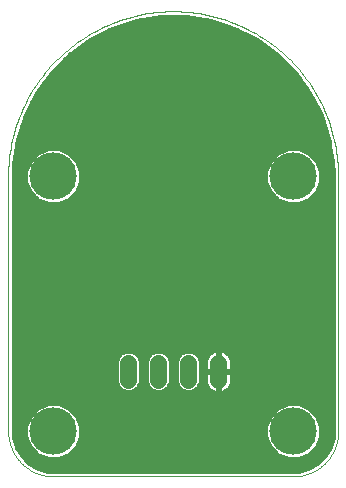
<source format=gbl>
G75*
%MOIN*%
%OFA0B0*%
%FSLAX25Y25*%
%IPPOS*%
%LPD*%
%AMOC8*
5,1,8,0,0,1.08239X$1,22.5*
%
%ADD10C,0.05543*%
%ADD11C,0.00000*%
%ADD12C,0.15811*%
%ADD13C,0.01600*%
%ADD14C,0.02400*%
D10*
X0046800Y0051234D02*
X0046800Y0056778D01*
X0056800Y0056778D02*
X0056800Y0051234D01*
X0066800Y0051234D02*
X0066800Y0056778D01*
X0076800Y0056778D02*
X0076800Y0051234D01*
D11*
X0101800Y0019006D02*
X0102162Y0019010D01*
X0102525Y0019024D01*
X0102887Y0019045D01*
X0103248Y0019076D01*
X0103608Y0019115D01*
X0103967Y0019163D01*
X0104325Y0019220D01*
X0104682Y0019285D01*
X0105037Y0019359D01*
X0105390Y0019442D01*
X0105741Y0019533D01*
X0106089Y0019632D01*
X0106435Y0019740D01*
X0106779Y0019856D01*
X0107119Y0019981D01*
X0107456Y0020113D01*
X0107790Y0020254D01*
X0108121Y0020403D01*
X0108448Y0020560D01*
X0108771Y0020724D01*
X0109090Y0020896D01*
X0109404Y0021076D01*
X0109715Y0021264D01*
X0110020Y0021459D01*
X0110321Y0021661D01*
X0110617Y0021871D01*
X0110907Y0022087D01*
X0111193Y0022311D01*
X0111473Y0022541D01*
X0111747Y0022778D01*
X0112015Y0023022D01*
X0112278Y0023272D01*
X0112534Y0023528D01*
X0112784Y0023791D01*
X0113028Y0024059D01*
X0113265Y0024333D01*
X0113495Y0024613D01*
X0113719Y0024899D01*
X0113935Y0025189D01*
X0114145Y0025485D01*
X0114347Y0025786D01*
X0114542Y0026091D01*
X0114730Y0026402D01*
X0114910Y0026716D01*
X0115082Y0027035D01*
X0115246Y0027358D01*
X0115403Y0027685D01*
X0115552Y0028016D01*
X0115693Y0028350D01*
X0115825Y0028687D01*
X0115950Y0029027D01*
X0116066Y0029371D01*
X0116174Y0029717D01*
X0116273Y0030065D01*
X0116364Y0030416D01*
X0116447Y0030769D01*
X0116521Y0031124D01*
X0116586Y0031481D01*
X0116643Y0031839D01*
X0116691Y0032198D01*
X0116730Y0032558D01*
X0116761Y0032919D01*
X0116782Y0033281D01*
X0116796Y0033644D01*
X0116800Y0034006D01*
X0116800Y0119006D01*
X0116784Y0120345D01*
X0116735Y0121684D01*
X0116653Y0123021D01*
X0116539Y0124355D01*
X0116393Y0125687D01*
X0116214Y0127014D01*
X0116003Y0128337D01*
X0115759Y0129654D01*
X0115484Y0130965D01*
X0115177Y0132268D01*
X0114838Y0133564D01*
X0114468Y0134851D01*
X0114067Y0136129D01*
X0113634Y0137397D01*
X0113171Y0138654D01*
X0112677Y0139899D01*
X0112153Y0141132D01*
X0111600Y0142351D01*
X0111016Y0143557D01*
X0110404Y0144748D01*
X0109763Y0145924D01*
X0109093Y0147084D01*
X0108395Y0148227D01*
X0107670Y0149353D01*
X0106917Y0150461D01*
X0106138Y0151551D01*
X0105332Y0152621D01*
X0104501Y0153671D01*
X0103644Y0154700D01*
X0102762Y0155709D01*
X0101857Y0156695D01*
X0100927Y0157659D01*
X0099974Y0158601D01*
X0098999Y0159519D01*
X0098001Y0160412D01*
X0096982Y0161282D01*
X0095942Y0162126D01*
X0094882Y0162944D01*
X0093802Y0163737D01*
X0092704Y0164503D01*
X0091586Y0165242D01*
X0090452Y0165954D01*
X0089300Y0166637D01*
X0088132Y0167293D01*
X0086948Y0167920D01*
X0085750Y0168518D01*
X0084537Y0169086D01*
X0083311Y0169625D01*
X0082072Y0170134D01*
X0080821Y0170612D01*
X0079558Y0171060D01*
X0078286Y0171477D01*
X0077003Y0171863D01*
X0075711Y0172218D01*
X0074411Y0172541D01*
X0073104Y0172832D01*
X0071790Y0173091D01*
X0070470Y0173318D01*
X0069145Y0173513D01*
X0067815Y0173676D01*
X0066482Y0173806D01*
X0065147Y0173904D01*
X0063809Y0173969D01*
X0062470Y0174002D01*
X0061130Y0174002D01*
X0059791Y0173969D01*
X0058453Y0173904D01*
X0057118Y0173806D01*
X0055785Y0173676D01*
X0054455Y0173513D01*
X0053130Y0173318D01*
X0051810Y0173091D01*
X0050496Y0172832D01*
X0049189Y0172541D01*
X0047889Y0172218D01*
X0046597Y0171863D01*
X0045314Y0171477D01*
X0044042Y0171060D01*
X0042779Y0170612D01*
X0041528Y0170134D01*
X0040289Y0169625D01*
X0039063Y0169086D01*
X0037850Y0168518D01*
X0036652Y0167920D01*
X0035468Y0167293D01*
X0034300Y0166637D01*
X0033148Y0165954D01*
X0032014Y0165242D01*
X0030896Y0164503D01*
X0029798Y0163737D01*
X0028718Y0162944D01*
X0027658Y0162126D01*
X0026618Y0161282D01*
X0025599Y0160412D01*
X0024601Y0159519D01*
X0023626Y0158601D01*
X0022673Y0157659D01*
X0021743Y0156695D01*
X0020838Y0155709D01*
X0019956Y0154700D01*
X0019099Y0153671D01*
X0018268Y0152621D01*
X0017462Y0151551D01*
X0016683Y0150461D01*
X0015930Y0149353D01*
X0015205Y0148227D01*
X0014507Y0147084D01*
X0013837Y0145924D01*
X0013196Y0144748D01*
X0012584Y0143557D01*
X0012000Y0142351D01*
X0011447Y0141132D01*
X0010923Y0139899D01*
X0010429Y0138654D01*
X0009966Y0137397D01*
X0009533Y0136129D01*
X0009132Y0134851D01*
X0008762Y0133564D01*
X0008423Y0132268D01*
X0008116Y0130965D01*
X0007841Y0129654D01*
X0007597Y0128337D01*
X0007386Y0127014D01*
X0007207Y0125687D01*
X0007061Y0124355D01*
X0006947Y0123021D01*
X0006865Y0121684D01*
X0006816Y0120345D01*
X0006800Y0119006D01*
X0006800Y0034006D01*
X0006804Y0033644D01*
X0006818Y0033281D01*
X0006839Y0032919D01*
X0006870Y0032558D01*
X0006909Y0032198D01*
X0006957Y0031839D01*
X0007014Y0031481D01*
X0007079Y0031124D01*
X0007153Y0030769D01*
X0007236Y0030416D01*
X0007327Y0030065D01*
X0007426Y0029717D01*
X0007534Y0029371D01*
X0007650Y0029027D01*
X0007775Y0028687D01*
X0007907Y0028350D01*
X0008048Y0028016D01*
X0008197Y0027685D01*
X0008354Y0027358D01*
X0008518Y0027035D01*
X0008690Y0026716D01*
X0008870Y0026402D01*
X0009058Y0026091D01*
X0009253Y0025786D01*
X0009455Y0025485D01*
X0009665Y0025189D01*
X0009881Y0024899D01*
X0010105Y0024613D01*
X0010335Y0024333D01*
X0010572Y0024059D01*
X0010816Y0023791D01*
X0011066Y0023528D01*
X0011322Y0023272D01*
X0011585Y0023022D01*
X0011853Y0022778D01*
X0012127Y0022541D01*
X0012407Y0022311D01*
X0012693Y0022087D01*
X0012983Y0021871D01*
X0013279Y0021661D01*
X0013580Y0021459D01*
X0013885Y0021264D01*
X0014196Y0021076D01*
X0014510Y0020896D01*
X0014829Y0020724D01*
X0015152Y0020560D01*
X0015479Y0020403D01*
X0015810Y0020254D01*
X0016144Y0020113D01*
X0016481Y0019981D01*
X0016821Y0019856D01*
X0017165Y0019740D01*
X0017511Y0019632D01*
X0017859Y0019533D01*
X0018210Y0019442D01*
X0018563Y0019359D01*
X0018918Y0019285D01*
X0019275Y0019220D01*
X0019633Y0019163D01*
X0019992Y0019115D01*
X0020352Y0019076D01*
X0020713Y0019045D01*
X0021075Y0019024D01*
X0021438Y0019010D01*
X0021800Y0019006D01*
X0101800Y0019006D01*
D12*
X0101800Y0034006D03*
X0101800Y0119006D03*
X0021800Y0119006D03*
X0021800Y0034006D03*
D13*
X0013764Y0023534D02*
X0011328Y0025970D01*
X0009605Y0028954D01*
X0008713Y0032283D01*
X0008600Y0034006D01*
X0008600Y0119006D01*
X0008764Y0123180D01*
X0010070Y0131425D01*
X0012650Y0139365D01*
X0016440Y0146803D01*
X0021346Y0153557D01*
X0027249Y0159459D01*
X0034003Y0164366D01*
X0041441Y0168156D01*
X0049381Y0170736D01*
X0057626Y0172042D01*
X0065974Y0172042D01*
X0074219Y0170736D01*
X0082159Y0168156D01*
X0089597Y0164366D01*
X0096351Y0159459D01*
X0102254Y0153557D01*
X0107160Y0146803D01*
X0107160Y0146803D01*
X0110950Y0139365D01*
X0113530Y0131425D01*
X0114836Y0123180D01*
X0115000Y0119006D01*
X0115000Y0034006D01*
X0114887Y0032283D01*
X0113995Y0028954D01*
X0112272Y0025970D01*
X0109836Y0023534D01*
X0106851Y0021811D01*
X0103523Y0020919D01*
X0101800Y0020806D01*
X0021800Y0020806D01*
X0020077Y0020919D01*
X0016749Y0021811D01*
X0013764Y0023534D01*
X0013497Y0023801D02*
X0110103Y0023801D01*
X0111702Y0025400D02*
X0105340Y0025400D01*
X0103651Y0024700D02*
X0107071Y0026117D01*
X0109689Y0028735D01*
X0111105Y0032155D01*
X0111105Y0035857D01*
X0109689Y0039277D01*
X0107071Y0041895D01*
X0103651Y0043311D01*
X0099949Y0043311D01*
X0096529Y0041895D01*
X0093911Y0039277D01*
X0092494Y0035857D01*
X0092494Y0032155D01*
X0093911Y0028735D01*
X0096529Y0026117D01*
X0099949Y0024700D01*
X0103651Y0024700D01*
X0107531Y0022203D02*
X0016069Y0022203D01*
X0018260Y0025400D02*
X0011898Y0025400D01*
X0010734Y0026998D02*
X0015647Y0026998D01*
X0016529Y0026117D02*
X0013911Y0028735D01*
X0012494Y0032155D01*
X0012494Y0035857D01*
X0013911Y0039277D01*
X0016529Y0041895D01*
X0019949Y0043311D01*
X0023651Y0043311D01*
X0027071Y0041895D01*
X0029689Y0039277D01*
X0031105Y0035857D01*
X0031105Y0032155D01*
X0029689Y0028735D01*
X0027071Y0026117D01*
X0023651Y0024700D01*
X0019949Y0024700D01*
X0016529Y0026117D01*
X0014049Y0028597D02*
X0009811Y0028597D01*
X0009272Y0030195D02*
X0013306Y0030195D01*
X0012644Y0031794D02*
X0008844Y0031794D01*
X0008640Y0033393D02*
X0012494Y0033393D01*
X0012494Y0034991D02*
X0008600Y0034991D01*
X0008600Y0036590D02*
X0012798Y0036590D01*
X0013460Y0038188D02*
X0008600Y0038188D01*
X0008600Y0039787D02*
X0014421Y0039787D01*
X0016019Y0041385D02*
X0008600Y0041385D01*
X0008600Y0042984D02*
X0019158Y0042984D01*
X0024442Y0042984D02*
X0099158Y0042984D01*
X0096019Y0041385D02*
X0027581Y0041385D01*
X0029179Y0039787D02*
X0094421Y0039787D01*
X0093460Y0038188D02*
X0030140Y0038188D01*
X0030802Y0036590D02*
X0092798Y0036590D01*
X0092494Y0034991D02*
X0031105Y0034991D01*
X0031105Y0033393D02*
X0092494Y0033393D01*
X0092644Y0031794D02*
X0030956Y0031794D01*
X0030294Y0030195D02*
X0093306Y0030195D01*
X0094049Y0028597D02*
X0029551Y0028597D01*
X0027953Y0026998D02*
X0095647Y0026998D01*
X0098260Y0025400D02*
X0025340Y0025400D01*
X0008600Y0044582D02*
X0115000Y0044582D01*
X0115000Y0042984D02*
X0104442Y0042984D01*
X0107581Y0041385D02*
X0115000Y0041385D01*
X0115000Y0039787D02*
X0109179Y0039787D01*
X0110140Y0038188D02*
X0115000Y0038188D01*
X0115000Y0036590D02*
X0110802Y0036590D01*
X0111105Y0034991D02*
X0115000Y0034991D01*
X0114960Y0033393D02*
X0111105Y0033393D01*
X0110956Y0031794D02*
X0114756Y0031794D01*
X0114328Y0030195D02*
X0110294Y0030195D01*
X0109551Y0028597D02*
X0113789Y0028597D01*
X0112866Y0026998D02*
X0107953Y0026998D01*
X0115000Y0046181D02*
X0008600Y0046181D01*
X0008600Y0047779D02*
X0044356Y0047779D01*
X0044437Y0047698D02*
X0045970Y0047063D01*
X0047630Y0047063D01*
X0049163Y0047698D01*
X0050337Y0048871D01*
X0050972Y0050404D01*
X0050972Y0057607D01*
X0050337Y0059141D01*
X0049163Y0060314D01*
X0047630Y0060949D01*
X0045970Y0060949D01*
X0044437Y0060314D01*
X0043263Y0059141D01*
X0042628Y0057607D01*
X0042628Y0050404D01*
X0043263Y0048871D01*
X0044437Y0047698D01*
X0043054Y0049378D02*
X0008600Y0049378D01*
X0008600Y0050976D02*
X0042628Y0050976D01*
X0042628Y0052575D02*
X0008600Y0052575D01*
X0008600Y0054173D02*
X0042628Y0054173D01*
X0042628Y0055772D02*
X0008600Y0055772D01*
X0008600Y0057370D02*
X0042628Y0057370D01*
X0043192Y0058969D02*
X0008600Y0058969D01*
X0008600Y0060567D02*
X0045048Y0060567D01*
X0048552Y0060567D02*
X0055048Y0060567D01*
X0054437Y0060314D02*
X0053263Y0059141D01*
X0052628Y0057607D01*
X0052628Y0050404D01*
X0053263Y0048871D01*
X0054437Y0047698D01*
X0055970Y0047063D01*
X0057630Y0047063D01*
X0059163Y0047698D01*
X0060337Y0048871D01*
X0060972Y0050404D01*
X0060972Y0057607D01*
X0060337Y0059141D01*
X0059163Y0060314D01*
X0057630Y0060949D01*
X0055970Y0060949D01*
X0054437Y0060314D01*
X0053192Y0058969D02*
X0050408Y0058969D01*
X0050972Y0057370D02*
X0052628Y0057370D01*
X0052628Y0055772D02*
X0050972Y0055772D01*
X0050972Y0054173D02*
X0052628Y0054173D01*
X0052628Y0052575D02*
X0050972Y0052575D01*
X0050972Y0050976D02*
X0052628Y0050976D01*
X0053054Y0049378D02*
X0050546Y0049378D01*
X0049244Y0047779D02*
X0054356Y0047779D01*
X0059244Y0047779D02*
X0064356Y0047779D01*
X0064437Y0047698D02*
X0065970Y0047063D01*
X0067630Y0047063D01*
X0069163Y0047698D01*
X0070337Y0048871D01*
X0070972Y0050404D01*
X0070972Y0057607D01*
X0070337Y0059141D01*
X0069163Y0060314D01*
X0067630Y0060949D01*
X0065970Y0060949D01*
X0064437Y0060314D01*
X0063263Y0059141D01*
X0062628Y0057607D01*
X0062628Y0050404D01*
X0063263Y0048871D01*
X0064437Y0047698D01*
X0063054Y0049378D02*
X0060546Y0049378D01*
X0060972Y0050976D02*
X0062628Y0050976D01*
X0062628Y0052575D02*
X0060972Y0052575D01*
X0060972Y0054173D02*
X0062628Y0054173D01*
X0062628Y0055772D02*
X0060972Y0055772D01*
X0060972Y0057370D02*
X0062628Y0057370D01*
X0063192Y0058969D02*
X0060408Y0058969D01*
X0058552Y0060567D02*
X0065048Y0060567D01*
X0068552Y0060567D02*
X0074238Y0060567D01*
X0074404Y0060688D02*
X0073822Y0060265D01*
X0073313Y0059756D01*
X0072890Y0059174D01*
X0072563Y0058532D01*
X0072341Y0057848D01*
X0072228Y0057137D01*
X0072228Y0054092D01*
X0076714Y0054092D01*
X0076714Y0061349D01*
X0076440Y0061349D01*
X0075729Y0061237D01*
X0075045Y0061014D01*
X0074404Y0060688D01*
X0076714Y0060567D02*
X0076886Y0060567D01*
X0076886Y0061349D02*
X0076886Y0054092D01*
X0076714Y0054092D01*
X0076714Y0053920D01*
X0072228Y0053920D01*
X0072228Y0050874D01*
X0072341Y0050164D01*
X0072563Y0049479D01*
X0072890Y0048838D01*
X0073313Y0048256D01*
X0073822Y0047747D01*
X0074404Y0047324D01*
X0075045Y0046998D01*
X0075729Y0046775D01*
X0076440Y0046663D01*
X0076714Y0046663D01*
X0076714Y0053920D01*
X0076886Y0053920D01*
X0076886Y0054092D01*
X0081372Y0054092D01*
X0081372Y0057137D01*
X0081259Y0057848D01*
X0081037Y0058532D01*
X0080710Y0059174D01*
X0080287Y0059756D01*
X0079778Y0060265D01*
X0079196Y0060688D01*
X0078555Y0061014D01*
X0077871Y0061237D01*
X0077160Y0061349D01*
X0076886Y0061349D01*
X0076886Y0058969D02*
X0076714Y0058969D01*
X0076714Y0057370D02*
X0076886Y0057370D01*
X0076886Y0055772D02*
X0076714Y0055772D01*
X0076714Y0054173D02*
X0076886Y0054173D01*
X0076886Y0053920D02*
X0081372Y0053920D01*
X0081372Y0050874D01*
X0081259Y0050164D01*
X0081037Y0049479D01*
X0080710Y0048838D01*
X0080287Y0048256D01*
X0079778Y0047747D01*
X0079196Y0047324D01*
X0078555Y0046998D01*
X0077871Y0046775D01*
X0077160Y0046663D01*
X0076886Y0046663D01*
X0076886Y0053920D01*
X0076886Y0052575D02*
X0076714Y0052575D01*
X0076714Y0050976D02*
X0076886Y0050976D01*
X0076886Y0049378D02*
X0076714Y0049378D01*
X0076714Y0047779D02*
X0076886Y0047779D01*
X0079810Y0047779D02*
X0115000Y0047779D01*
X0115000Y0049378D02*
X0080985Y0049378D01*
X0081372Y0050976D02*
X0115000Y0050976D01*
X0115000Y0052575D02*
X0081372Y0052575D01*
X0081372Y0054173D02*
X0115000Y0054173D01*
X0115000Y0055772D02*
X0081372Y0055772D01*
X0081335Y0057370D02*
X0115000Y0057370D01*
X0115000Y0058969D02*
X0080814Y0058969D01*
X0079362Y0060567D02*
X0115000Y0060567D01*
X0115000Y0062166D02*
X0008600Y0062166D01*
X0008600Y0063764D02*
X0115000Y0063764D01*
X0115000Y0065363D02*
X0008600Y0065363D01*
X0008600Y0066961D02*
X0115000Y0066961D01*
X0115000Y0068560D02*
X0008600Y0068560D01*
X0008600Y0070158D02*
X0115000Y0070158D01*
X0115000Y0071757D02*
X0008600Y0071757D01*
X0008600Y0073355D02*
X0115000Y0073355D01*
X0115000Y0074954D02*
X0008600Y0074954D01*
X0008600Y0076552D02*
X0115000Y0076552D01*
X0115000Y0078151D02*
X0008600Y0078151D01*
X0008600Y0079749D02*
X0115000Y0079749D01*
X0115000Y0081348D02*
X0008600Y0081348D01*
X0008600Y0082946D02*
X0115000Y0082946D01*
X0115000Y0084545D02*
X0008600Y0084545D01*
X0008600Y0086143D02*
X0115000Y0086143D01*
X0115000Y0087742D02*
X0008600Y0087742D01*
X0008600Y0089340D02*
X0115000Y0089340D01*
X0115000Y0090939D02*
X0008600Y0090939D01*
X0008600Y0092537D02*
X0115000Y0092537D01*
X0115000Y0094136D02*
X0008600Y0094136D01*
X0008600Y0095734D02*
X0115000Y0095734D01*
X0115000Y0097333D02*
X0008600Y0097333D01*
X0008600Y0098931D02*
X0115000Y0098931D01*
X0115000Y0100530D02*
X0008600Y0100530D01*
X0008600Y0102128D02*
X0115000Y0102128D01*
X0115000Y0103727D02*
X0008600Y0103727D01*
X0008600Y0105326D02*
X0115000Y0105326D01*
X0115000Y0106924D02*
X0008600Y0106924D01*
X0008600Y0108523D02*
X0115000Y0108523D01*
X0115000Y0110121D02*
X0104667Y0110121D01*
X0103651Y0109700D02*
X0107071Y0111117D01*
X0109689Y0113735D01*
X0111105Y0117155D01*
X0111105Y0120857D01*
X0109689Y0124277D01*
X0107071Y0126895D01*
X0103651Y0128311D01*
X0099949Y0128311D01*
X0096529Y0126895D01*
X0093911Y0124277D01*
X0092494Y0120857D01*
X0092494Y0117155D01*
X0093911Y0113735D01*
X0096529Y0111117D01*
X0099949Y0109700D01*
X0103651Y0109700D01*
X0098933Y0110121D02*
X0024667Y0110121D01*
X0023651Y0109700D02*
X0027071Y0111117D01*
X0029689Y0113735D01*
X0031105Y0117155D01*
X0031105Y0120857D01*
X0029689Y0124277D01*
X0027071Y0126895D01*
X0023651Y0128311D01*
X0019949Y0128311D01*
X0016529Y0126895D01*
X0013911Y0124277D01*
X0012494Y0120857D01*
X0012494Y0117155D01*
X0013911Y0113735D01*
X0016529Y0111117D01*
X0019949Y0109700D01*
X0023651Y0109700D01*
X0027674Y0111720D02*
X0095926Y0111720D01*
X0094328Y0113318D02*
X0029272Y0113318D01*
X0030178Y0114917D02*
X0093422Y0114917D01*
X0092759Y0116515D02*
X0030840Y0116515D01*
X0031105Y0118114D02*
X0092494Y0118114D01*
X0092494Y0119712D02*
X0031105Y0119712D01*
X0030918Y0121311D02*
X0092682Y0121311D01*
X0093345Y0122909D02*
X0030255Y0122909D01*
X0029458Y0124508D02*
X0094142Y0124508D01*
X0095740Y0126106D02*
X0027860Y0126106D01*
X0025116Y0127705D02*
X0098484Y0127705D01*
X0105116Y0127705D02*
X0114119Y0127705D01*
X0113866Y0129303D02*
X0009734Y0129303D01*
X0009481Y0127705D02*
X0018484Y0127705D01*
X0015740Y0126106D02*
X0009227Y0126106D01*
X0008974Y0124508D02*
X0014142Y0124508D01*
X0013345Y0122909D02*
X0008753Y0122909D01*
X0008691Y0121311D02*
X0012682Y0121311D01*
X0012494Y0119712D02*
X0008628Y0119712D01*
X0008600Y0118114D02*
X0012494Y0118114D01*
X0012759Y0116515D02*
X0008600Y0116515D01*
X0008600Y0114917D02*
X0013422Y0114917D01*
X0014328Y0113318D02*
X0008600Y0113318D01*
X0008600Y0111720D02*
X0015926Y0111720D01*
X0018933Y0110121D02*
X0008600Y0110121D01*
X0009987Y0130902D02*
X0113613Y0130902D01*
X0113181Y0132500D02*
X0010419Y0132500D01*
X0010939Y0134099D02*
X0112661Y0134099D01*
X0112142Y0135697D02*
X0011458Y0135697D01*
X0011977Y0137296D02*
X0111623Y0137296D01*
X0111103Y0138894D02*
X0012497Y0138894D01*
X0013224Y0140493D02*
X0110376Y0140493D01*
X0109561Y0142091D02*
X0014039Y0142091D01*
X0014853Y0143690D02*
X0108747Y0143690D01*
X0107932Y0145288D02*
X0015668Y0145288D01*
X0016501Y0146887D02*
X0107099Y0146887D01*
X0105938Y0148485D02*
X0017662Y0148485D01*
X0018823Y0150084D02*
X0104777Y0150084D01*
X0103615Y0151682D02*
X0019985Y0151682D01*
X0021146Y0153281D02*
X0102454Y0153281D01*
X0102254Y0153557D02*
X0102254Y0153557D01*
X0100931Y0154879D02*
X0022669Y0154879D01*
X0024268Y0156478D02*
X0099332Y0156478D01*
X0097734Y0158076D02*
X0025866Y0158076D01*
X0027546Y0159675D02*
X0096054Y0159675D01*
X0093854Y0161273D02*
X0029746Y0161273D01*
X0031946Y0162872D02*
X0091654Y0162872D01*
X0089393Y0164470D02*
X0034207Y0164470D01*
X0037345Y0166069D02*
X0086255Y0166069D01*
X0083118Y0167667D02*
X0040482Y0167667D01*
X0044856Y0169266D02*
X0078744Y0169266D01*
X0073408Y0170864D02*
X0050192Y0170864D01*
X0107860Y0126106D02*
X0114373Y0126106D01*
X0114626Y0124508D02*
X0109458Y0124508D01*
X0110255Y0122909D02*
X0114847Y0122909D01*
X0114909Y0121311D02*
X0110918Y0121311D01*
X0111105Y0119712D02*
X0114972Y0119712D01*
X0115000Y0118114D02*
X0111105Y0118114D01*
X0110840Y0116515D02*
X0115000Y0116515D01*
X0115000Y0114917D02*
X0110178Y0114917D01*
X0109272Y0113318D02*
X0115000Y0113318D01*
X0115000Y0111720D02*
X0107674Y0111720D01*
X0072786Y0058969D02*
X0070408Y0058969D01*
X0070972Y0057370D02*
X0072265Y0057370D01*
X0072228Y0055772D02*
X0070972Y0055772D01*
X0070972Y0054173D02*
X0072228Y0054173D01*
X0072228Y0052575D02*
X0070972Y0052575D01*
X0070972Y0050976D02*
X0072228Y0050976D01*
X0072615Y0049378D02*
X0070546Y0049378D01*
X0069244Y0047779D02*
X0073790Y0047779D01*
D14*
X0059800Y0103006D03*
M02*

</source>
